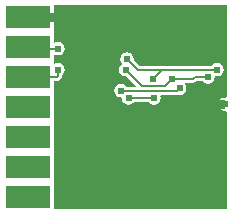
<source format=gbl>
G04 Layer_Physical_Order=2*
G04 Layer_Color=11436288*
%FSLAX25Y25*%
%MOIN*%
G70*
G01*
G75*
%ADD10R,0.15000X0.07600*%
%ADD16C,0.00600*%
%ADD19C,0.02400*%
G36*
X178929Y483871D02*
X178929Y483871D01*
Y481247D01*
X178929Y481247D01*
Y458568D01*
X178429Y458158D01*
X178000Y458243D01*
X177142Y458072D01*
X176414Y457586D01*
X176356Y457500D01*
X178000D01*
Y454500D01*
X176356D01*
X176414Y454414D01*
X177142Y453928D01*
X178000Y453757D01*
X178429Y453842D01*
X178929Y453432D01*
Y421071D01*
X121000D01*
Y429800D01*
X121000D01*
Y430200D01*
X121000D01*
Y439800D01*
X121000D01*
Y440200D01*
X121000D01*
Y449800D01*
X121000D01*
Y450200D01*
X121000D01*
Y459800D01*
X121000D01*
Y460200D01*
X121000D01*
Y463674D01*
X122000D01*
X122507Y463775D01*
X122937Y464063D01*
X123437Y464563D01*
X123725Y464993D01*
X123826Y465500D01*
Y465740D01*
X124086Y465914D01*
X124572Y466642D01*
X124743Y467500D01*
X124572Y468358D01*
X124086Y469086D01*
X123358Y469572D01*
X122500Y469743D01*
X121642Y469572D01*
X121441Y469438D01*
X121367Y469478D01*
X121000Y469800D01*
Y470200D01*
X121000D01*
Y472326D01*
X121441Y472562D01*
X121642Y472428D01*
X122500Y472257D01*
X123358Y472428D01*
X124086Y472914D01*
X124572Y473642D01*
X124743Y474500D01*
X124572Y475358D01*
X124086Y476086D01*
X123358Y476572D01*
X122500Y476743D01*
X121642Y476572D01*
X121441Y476438D01*
X121000Y476674D01*
Y479800D01*
X121000D01*
Y480200D01*
X121000D01*
Y483500D01*
X112500D01*
Y486500D01*
X121000D01*
Y488929D01*
X178929D01*
Y483871D01*
D02*
G37*
%LPC*%
G36*
X168500Y432644D02*
X168414Y432586D01*
X168356Y432500D01*
X168500D01*
Y432644D01*
D02*
G37*
G36*
X162500D02*
Y432500D01*
X162644D01*
X162586Y432586D01*
X162500Y432644D01*
D02*
G37*
G36*
X162644Y444000D02*
X162500D01*
Y443856D01*
X162586Y443914D01*
X162644Y444000D01*
D02*
G37*
G36*
X159500D02*
X159356D01*
X159414Y443914D01*
X159500Y443856D01*
Y444000D01*
D02*
G37*
G36*
X171500Y432644D02*
Y432500D01*
X171644D01*
X171586Y432586D01*
X171500Y432644D01*
D02*
G37*
G36*
X162644Y429500D02*
X162500D01*
Y429356D01*
X162586Y429414D01*
X162644Y429500D01*
D02*
G37*
G36*
X159500D02*
X159356D01*
X159414Y429414D01*
X159500Y429356D01*
Y429500D01*
D02*
G37*
G36*
X168500D02*
X168356D01*
X168414Y429414D01*
X168500Y429356D01*
Y429500D01*
D02*
G37*
G36*
X159500Y432644D02*
X159414Y432586D01*
X159356Y432500D01*
X159500D01*
Y432644D01*
D02*
G37*
G36*
X171644Y429500D02*
X171500D01*
Y429356D01*
X171586Y429414D01*
X171644Y429500D01*
D02*
G37*
G36*
X159500Y447144D02*
X159414Y447086D01*
X159356Y447000D01*
X159500D01*
Y447144D01*
D02*
G37*
G36*
X175059Y481059D02*
X174915D01*
X174973Y480973D01*
X175059Y480915D01*
Y481059D01*
D02*
G37*
G36*
X145500Y473243D02*
X144642Y473072D01*
X143914Y472586D01*
X143428Y471858D01*
X143257Y471000D01*
X143428Y470142D01*
X143911Y469418D01*
X143414Y469086D01*
X142928Y468358D01*
X142757Y467500D01*
X142928Y466642D01*
X143414Y465914D01*
X144142Y465428D01*
X145000Y465257D01*
X145307Y465318D01*
X148438Y462187D01*
X148247Y461726D01*
X145327D01*
X145086Y462086D01*
X144358Y462572D01*
X143500Y462743D01*
X142642Y462572D01*
X141914Y462086D01*
X141428Y461358D01*
X141257Y460500D01*
X141428Y459642D01*
X141914Y458914D01*
X142642Y458428D01*
X143306Y458295D01*
X143757Y458000D01*
X143928Y457142D01*
X144414Y456414D01*
X145142Y455928D01*
X146000Y455757D01*
X146858Y455928D01*
X147586Y456414D01*
X147760Y456674D01*
X152740D01*
X152914Y456414D01*
X153642Y455928D01*
X154500Y455757D01*
X155358Y455928D01*
X156086Y456414D01*
X156572Y457142D01*
X156743Y458000D01*
X156629Y458574D01*
X156983Y459074D01*
X162150D01*
X162405Y459125D01*
X163000Y459007D01*
X163858Y459178D01*
X164586Y459664D01*
X165072Y460392D01*
X165243Y461250D01*
X165072Y462108D01*
X164694Y462675D01*
X164911Y463174D01*
X167500D01*
X168007Y463275D01*
X168437Y463563D01*
X168549Y463674D01*
X170740D01*
X170914Y463414D01*
X171642Y462928D01*
X172500Y462757D01*
X173358Y462928D01*
X174086Y463414D01*
X174572Y464142D01*
X174723Y464902D01*
X174969Y465225D01*
X175083Y465340D01*
X175500Y465257D01*
X176358Y465428D01*
X177086Y465914D01*
X177572Y466642D01*
X177743Y467500D01*
X177572Y468358D01*
X177086Y469086D01*
X176358Y469572D01*
X175500Y469743D01*
X174642Y469572D01*
X173914Y469086D01*
X173740Y468825D01*
X149549D01*
X147682Y470693D01*
X147743Y471000D01*
X147572Y471858D01*
X147086Y472586D01*
X146358Y473072D01*
X145500Y473243D01*
D02*
G37*
G36*
X178203Y481059D02*
X178059D01*
Y480915D01*
X178145Y480973D01*
X178203Y481059D01*
D02*
G37*
G36*
X178059Y484203D02*
Y484059D01*
X178203D01*
X178145Y484145D01*
X178059Y484203D01*
D02*
G37*
G36*
X175059D02*
X174973Y484145D01*
X174915Y484059D01*
X175059D01*
Y484203D01*
D02*
G37*
G36*
X170189Y447689D02*
X170045D01*
X170103Y447603D01*
X170189Y447545D01*
Y447689D01*
D02*
G37*
G36*
X162500Y447144D02*
Y447000D01*
X162644D01*
X162586Y447086D01*
X162500Y447144D01*
D02*
G37*
G36*
X173333Y447689D02*
X173189D01*
Y447545D01*
X173275Y447603D01*
X173333Y447689D01*
D02*
G37*
G36*
X173189Y450833D02*
Y450689D01*
X173333D01*
X173275Y450775D01*
X173189Y450833D01*
D02*
G37*
G36*
X170189D02*
X170103Y450775D01*
X170045Y450689D01*
X170189D01*
Y450833D01*
D02*
G37*
%LPD*%
D10*
X112500Y425000D02*
D03*
Y435000D02*
D03*
Y445000D02*
D03*
Y455000D02*
D03*
Y465000D02*
D03*
Y475000D02*
D03*
Y485000D02*
D03*
D16*
X144600Y460400D02*
X162150D01*
X144500Y460500D02*
X144600Y460400D01*
X143500Y460500D02*
X144500D01*
X160500Y464500D02*
X167500D01*
X168000Y465000D01*
X172500D01*
X157000Y467500D02*
X175500D01*
X154000Y464500D02*
X157000Y467500D01*
X112500Y465000D02*
X122000D01*
X122500Y465500D01*
Y467500D01*
X145500Y471000D02*
X149000Y467500D01*
X157000D01*
X112500Y475000D02*
X113000Y474500D01*
X122500D01*
X146000Y458000D02*
X154500D01*
X145000Y467500D02*
X150500Y462000D01*
X158000D01*
X160500Y464500D01*
X162150Y460400D02*
X162750Y461000D01*
D19*
X143500Y460500D02*
D03*
X161000Y445500D02*
D03*
X170000Y431000D02*
D03*
X161000D02*
D03*
X176559Y482559D02*
D03*
X171689Y449189D02*
D03*
X178000Y456000D02*
D03*
X154000Y464500D02*
D03*
X172500Y465000D02*
D03*
X160500Y464500D02*
D03*
X175500Y467500D02*
D03*
X163000Y461250D02*
D03*
X122500Y474500D02*
D03*
X145500Y471000D02*
D03*
X122500Y467500D02*
D03*
X145000D02*
D03*
X154500Y458000D02*
D03*
X146000D02*
D03*
M02*

</source>
